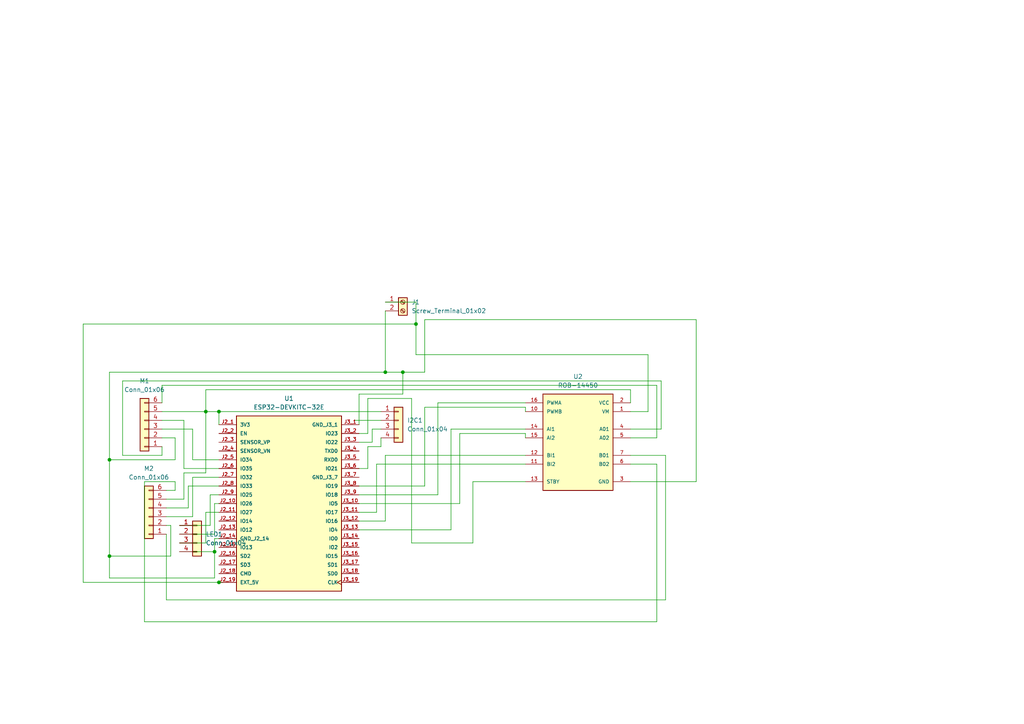
<source format=kicad_sch>
(kicad_sch (version 20250114) (generator "eeschema") (generator_version "9.0")
  (paper "A4")
  (lib_symbols
    (symbol "Connector:Screw_Terminal_01x02" (pin_names (offset 1.016) (hide yes))
      (property "Reference" "J" (at 0 2.54 0))
      (property "Value" "Screw_Terminal_01x02" (at 0 -5.08 0))
      (symbol "Screw_Terminal_01x02_1_1"
        (rectangle (start -1.27 1.27) (end 1.27 -3.81) (stroke (width 0.254)) (fill (type background)))
        (polyline (pts (xy -0.5334 0.3302) (xy 0.3302 -0.508)) (stroke (width 0.1524)))
        (polyline (pts (xy -0.5334 -2.2098) (xy 0.3302 -3.048)) (stroke (width 0.1524)))
        (polyline (pts (xy -0.3556 0.508) (xy 0.508 -0.3302)) (stroke (width 0.1524)))
        (polyline (pts (xy -0.3556 -2.032) (xy 0.508 -2.8702)) (stroke (width 0.1524)))
        (circle (center 0 0) (radius 0.635) (stroke (width 0.1524)))
        (circle (center 0 -2.54) (radius 0.635) (stroke (width 0.1524)))
        (pin passive line (at -5.08 0 0) (length 3.81) (name "Pin_1") (number "1"))
        (pin passive line (at -5.08 -2.54 0) (length 3.81) (name "Pin_2") (number "2"))
      )
    )
    (symbol "Connector_Generic:Conn_01x04" (pin_names (offset 1.016) (hide yes))
      (property "Reference" "J" (at 0 5.08 0))
      (property "Value" "Conn_01x04" (at 0 -7.62 0))
      (symbol "Conn_01x04_1_1"
        (rectangle (start -1.27 3.81) (end 1.27 -6.35) (stroke (width 0.254)) (fill (type background)))
        (rectangle (start -1.27 2.667) (end 0 2.413) (stroke (width 0.1524)))
        (rectangle (start -1.27 0.127) (end 0 -0.127) (stroke (width 0.1524)))
        (rectangle (start -1.27 -2.413) (end 0 -2.667) (stroke (width 0.1524)))
        (rectangle (start -1.27 -4.953) (end 0 -5.207) (stroke (width 0.1524)))
        (pin passive line (at -5.08 2.54 0) (length 3.81) (name "Pin_1") (number "1"))
        (pin passive line (at -5.08 0 0) (length 3.81) (name "Pin_2") (number "2"))
        (pin passive line (at -5.08 -2.54 0) (length 3.81) (name "Pin_3") (number "3"))
        (pin passive line (at -5.08 -5.08 0) (length 3.81) (name "Pin_4") (number "4"))
      )
    )
    (symbol "Connector_Generic:Conn_01x06" (pin_names (offset 1.016) (hide yes))
      (property "Reference" "J" (at 0 7.62 0))
      (property "Value" "Conn_01x06" (at 0 -10.16 0))
      (symbol "Conn_01x06_1_1"
        (rectangle (start -1.27 6.35) (end 1.27 -8.89) (stroke (width 0.254)) (fill (type background)))
        (rectangle (start -1.27 5.207) (end 0 4.953) (stroke (width 0.1524)))
        (rectangle (start -1.27 2.667) (end 0 2.413) (stroke (width 0.1524)))
        (rectangle (start -1.27 0.127) (end 0 -0.127) (stroke (width 0.1524)))
        (rectangle (start -1.27 -2.413) (end 0 -2.667) (stroke (width 0.1524)))
        (rectangle (start -1.27 -4.953) (end 0 -5.207) (stroke (width 0.1524)))
        (rectangle (start -1.27 -7.493) (end 0 -7.747) (stroke (width 0.1524)))
        (pin passive line (at -5.08 5.08 0) (length 3.81) (name "Pin_1") (number "1"))
        (pin passive line (at -5.08 2.54 0) (length 3.81) (name "Pin_2") (number "2"))
        (pin passive line (at -5.08 0 0) (length 3.81) (name "Pin_3") (number "3"))
        (pin passive line (at -5.08 -2.54 0) (length 3.81) (name "Pin_4") (number "4"))
        (pin passive line (at -5.08 -5.08 0) (length 3.81) (name "Pin_5") (number "5"))
        (pin passive line (at -5.08 -7.62 0) (length 3.81) (name "Pin_6") (number "6"))
      )
    )
    (symbol "ESP32-DEVKITC-32E:ESP32-DEVKITC-32E" (pin_names (offset 1.016))
      (property "Reference" "U" (at -15.24 26.162 0))
      (property "Value" "ESP32-DEVKITC-32E" (at -15.24 -27.94 0))
      (symbol "ESP32-DEVKITC-32E_0_0"
        (rectangle (start -15.24 -25.4) (end 15.24 25.4) (stroke (width 0.254)) (fill (type background)))
        (pin power_in line (at -20.32 22.86 0) (length 5.08) (name "3V3") (number "J2_1"))
        (pin input line (at -20.32 20.32 0) (length 5.08) (name "EN") (number "J2_2"))
        (pin bidirectional line (at -20.32 17.78 0) (length 5.08) (name "SENSOR_VP") (number "J2_3"))
        (pin bidirectional line (at -20.32 15.24 0) (length 5.08) (name "SENSOR_VN") (number "J2_4"))
        (pin bidirectional line (at -20.32 12.7 0) (length 5.08) (name "IO34") (number "J2_5"))
        (pin bidirectional line (at -20.32 10.16 0) (length 5.08) (name "IO35") (number "J2_6"))
        (pin bidirectional line (at -20.32 7.62 0) (length 5.08) (name "IO32") (number "J2_7"))
        (pin bidirectional line (at -20.32 5.08 0) (length 5.08) (name "IO33") (number "J2_8"))
        (pin bidirectional line (at -20.32 2.54 0) (length 5.08) (name "IO25") (number "J2_9"))
        (pin bidirectional line (at -20.32 0 0) (length 5.08) (name "IO26") (number "J2_10"))
        (pin bidirectional line (at -20.32 -2.54 0) (length 5.08) (name "IO27") (number "J2_11"))
        (pin bidirectional line (at -20.32 -5.08 0) (length 5.08) (name "IO14") (number "J2_12"))
        (pin bidirectional line (at -20.32 -7.62 0) (length 5.08) (name "IO12") (number "J2_13"))
        (pin power_in line (at -20.32 -10.16 0) (length 5.08) (name "GND_J2_14") (number "J2_14"))
        (pin bidirectional line (at -20.32 -12.7 0) (length 5.08) (name "IO13") (number "J2_15"))
        (pin bidirectional line (at -20.32 -15.24 0) (length 5.08) (name "SD2") (number "J2_16"))
        (pin bidirectional line (at -20.32 -17.78 0) (length 5.08) (name "SD3") (number "J2_17"))
        (pin bidirectional line (at -20.32 -20.32 0) (length 5.08) (name "CMD") (number "J2_18"))
        (pin power_in line (at -20.32 -22.86 0) (length 5.08) (name "EXT_5V") (number "J2_19"))
        (pin power_in line (at 20.32 22.86 180) (length 5.08) (name "GND_J3_1") (number "J3_1"))
        (pin bidirectional line (at 20.32 20.32 180) (length 5.08) (name "IO23") (number "J3_2"))
        (pin bidirectional line (at 20.32 17.78 180) (length 5.08) (name "IO22") (number "J3_3"))
        (pin bidirectional line (at 20.32 15.24 180) (length 5.08) (name "TXD0") (number "J3_4"))
        (pin bidirectional line (at 20.32 12.7 180) (length 5.08) (name "RXD0") (number "J3_5"))
        (pin bidirectional line (at 20.32 10.16 180) (length 5.08) (name "IO21") (number "J3_6"))
        (pin power_in line (at 20.32 7.62 180) (length 5.08) (name "GND_J3_7") (number "J3_7"))
        (pin bidirectional line (at 20.32 5.08 180) (length 5.08) (name "IO19") (number "J3_8"))
        (pin bidirectional line (at 20.32 2.54 180) (length 5.08) (name "IO18") (number "J3_9"))
        (pin bidirectional line (at 20.32 0 180) (length 5.08) (name "IO5") (number "J3_10"))
        (pin bidirectional line (at 20.32 -2.54 180) (length 5.08) (name "IO17") (number "J3_11"))
        (pin bidirectional line (at 20.32 -5.08 180) (length 5.08) (name "IO16") (number "J3_12"))
        (pin bidirectional line (at 20.32 -7.62 180) (length 5.08) (name "IO4") (number "J3_13"))
        (pin bidirectional line (at 20.32 -10.16 180) (length 5.08) (name "IO0") (number "J3_14"))
        (pin bidirectional line (at 20.32 -12.7 180) (length 5.08) (name "IO2") (number "J3_15"))
        (pin bidirectional line (at 20.32 -15.24 180) (length 5.08) (name "IO15") (number "J3_16"))
        (pin bidirectional line (at 20.32 -17.78 180) (length 5.08) (name "SD1") (number "J3_17"))
        (pin bidirectional line (at 20.32 -20.32 180) (length 5.08) (name "SD0") (number "J3_18"))
        (pin bidirectional clock (at 20.32 -22.86 180) (length 5.08) (name "CLK") (number "J3_19"))
      )
    )
    (symbol "ROB-14450:ROB-14450" (pin_names (offset 1.016))
      (property "Reference" "U" (at -10.16 16.002 0))
      (property "Value" "ROB-14450" (at -10.16 -15.24 0))
      (symbol "ROB-14450_0_0"
        (rectangle (start -10.16 -12.7) (end 10.16 15.24) (stroke (width 0.254)) (fill (type background)))
        (pin input line (at -15.24 12.7 0) (length 5.08) (name "PWMA") (number "16"))
        (pin input line (at -15.24 10.16 0) (length 5.08) (name "PWMB") (number "10"))
        (pin input line (at -15.24 5.08 0) (length 5.08) (name "AI1") (number "14"))
        (pin input line (at -15.24 2.54 0) (length 5.08) (name "AI2") (number "15"))
        (pin input line (at -15.24 -2.54 0) (length 5.08) (name "BI1") (number "12"))
        (pin input line (at -15.24 -5.08 0) (length 5.08) (name "BI2") (number "11"))
        (pin input line (at -15.24 -10.16 0) (length 5.08) (name "STBY") (number "13"))
        (pin power_in line (at 15.24 12.7 180) (length 5.08) (name "VCC") (number "2"))
        (pin power_in line (at 15.24 10.16 180) (length 5.08) (name "VM") (number "1"))
        (pin output line (at 15.24 5.08 180) (length 5.08) (name "A01") (number "4"))
        (pin output line (at 15.24 2.54 180) (length 5.08) (name "A02") (number "5"))
        (pin output line (at 15.24 -2.54 180) (length 5.08) (name "B01") (number "7"))
        (pin output line (at 15.24 -5.08 180) (length 5.08) (name "B02") (number "6"))
        (pin power_in line (at 15.24 -10.16 180) (length 5.08) (name "GND") (number "3"))
        (pin power_in line (at 15.24 -10.16 180) (length 5.08) (hide yes) (name "GND") (number "8"))
        (pin power_in line (at 15.24 -10.16 180) (length 5.08) (hide yes) (name "GND") (number "9"))
      )
    )
  )
  (junction (at 120.65 93.98))
  (junction (at 116.84 107.95))
  (junction (at 31.75 161.29))
  (junction (at 63.5 119.38))
  (junction (at 31.75 133.35))
  (junction (at 111.76 107.95))
  (junction (at 62.23 160.02))
  (junction (at 59.69 119.38))
  (junction (at 63.5 168.91))
  (wire (pts (xy 35.56 110.49) (xy 191.77 110.49)))
  (wire (pts (xy 31.75 161.29) (xy 31.75 167.64)))
  (wire (pts (xy 31.75 107.95) (xy 31.75 133.35)))
  (wire (pts (xy 52.07 160.02) (xy 62.23 160.02)))
  (wire (pts (xy 106.68 135.89) (xy 104.14 135.89)))
  (wire (pts (xy 123.19 92.71) (xy 123.19 107.95)))
  (wire (pts (xy 24.13 168.91) (xy 24.13 93.98)))
  (wire (pts (xy 31.75 107.95) (xy 111.76 107.95)))
  (wire (pts (xy 116.84 114.3) (xy 116.84 107.95)))
  (wire (pts (xy 52.07 152.4) (xy 60.96 152.4)))
  (wire (pts (xy 187.96 119.38) (xy 182.88 119.38)))
  (wire (pts (xy 182.88 113.03) (xy 59.69 113.03)))
  (wire (pts (xy 111.76 87.63) (xy 120.65 87.63)))
  (wire (pts (xy 63.5 119.38) (xy 110.49 119.38)))
  (wire (pts (xy 35.56 132.08) (xy 35.56 110.49)))
  (wire (pts (xy 64.77 168.91) (xy 63.5 168.91)))
  (wire (pts (xy 123.19 140.97) (xy 123.19 118.11)))
  (wire (pts (xy 110.49 127) (xy 110.49 129.54)))
  (wire (pts (xy 190.5 127) (xy 182.88 127)))
  (wire (pts (xy 31.75 133.35) (xy 31.75 161.29)))
  (wire (pts (xy 182.88 139.7) (xy 201.93 139.7)))
  (wire (pts (xy 111.76 132.08) (xy 111.76 151.13)))
  (wire (pts (xy 106.68 129.54) (xy 106.68 135.89)))
  (wire (pts (xy 59.69 148.59) (xy 63.5 148.59)))
  (wire (pts (xy 31.75 133.35) (xy 50.8 133.35)))
  (wire (pts (xy 59.69 119.38) (xy 63.5 119.38)))
  (wire (pts (xy 62.23 160.02) (xy 62.23 167.64)))
  (wire (pts (xy 54.61 140.97) (xy 63.5 140.97)))
  (wire (pts (xy 111.76 90.17) (xy 111.76 107.95)))
  (wire (pts (xy 60.96 143.51) (xy 63.5 143.51)))
  (wire (pts (xy 130.81 153.67) (xy 130.81 124.46)))
  (wire (pts (xy 152.4 134.62) (xy 109.22 134.62)))
  (wire (pts (xy 187.96 102.87) (xy 120.65 102.87)))
  (wire (pts (xy 62.23 154.94) (xy 62.23 146.05)))
  (wire (pts (xy 104.14 146.05) (xy 133.35 146.05)))
  (wire (pts (xy 48.26 149.86) (xy 55.88 149.86)))
  (wire (pts (xy 50.8 139.7) (xy 41.91 139.7)))
  (wire (pts (xy 109.22 134.62) (xy 109.22 148.59)))
  (wire (pts (xy 137.16 157.48) (xy 119.38 157.48)))
  (wire (pts (xy 104.14 114.3) (xy 116.84 114.3)))
  (wire (pts (xy 190.5 111.76) (xy 190.5 127)))
  (wire (pts (xy 133.35 125.73) (xy 152.4 125.73)))
  (wire (pts (xy 110.49 129.54) (xy 106.68 129.54)))
  (wire (pts (xy 130.81 124.46) (xy 152.4 124.46)))
  (wire (pts (xy 52.07 157.48) (xy 59.69 157.48)))
  (wire (pts (xy 50.8 142.24) (xy 50.8 139.7)))
  (wire (pts (xy 106.68 125.73) (xy 104.14 125.73)))
  (wire (pts (xy 111.76 107.95) (xy 116.84 107.95)))
  (wire (pts (xy 55.88 149.86) (xy 55.88 138.43)))
  (wire (pts (xy 63.5 168.91) (xy 24.13 168.91)))
  (wire (pts (xy 201.93 92.71) (xy 123.19 92.71)))
  (wire (pts (xy 55.88 138.43) (xy 63.5 138.43)))
  (wire (pts (xy 53.34 121.92) (xy 53.34 135.89)))
  (wire (pts (xy 41.91 139.7) (xy 41.91 180.34)))
  (wire (pts (xy 46.99 119.38) (xy 59.69 119.38)))
  (wire (pts (xy 53.34 137.16) (xy 59.69 137.16)))
  (wire (pts (xy 182.88 124.46) (xy 191.77 124.46)))
  (wire (pts (xy 152.4 139.7) (xy 137.16 139.7)))
  (wire (pts (xy 24.13 93.98) (xy 120.65 93.98)))
  (wire (pts (xy 152.4 118.11) (xy 152.4 119.38)))
  (wire (pts (xy 116.84 107.95) (xy 123.19 107.95)))
  (wire (pts (xy 59.69 113.03) (xy 59.69 119.38)))
  (wire (pts (xy 62.23 156.21) (xy 62.23 160.02)))
  (wire (pts (xy 49.53 161.29) (xy 31.75 161.29)))
  (wire (pts (xy 120.65 87.63) (xy 120.65 93.98)))
  (wire (pts (xy 104.14 143.51) (xy 127 143.51)))
  (wire (pts (xy 54.61 147.32) (xy 54.61 140.97)))
  (wire (pts (xy 137.16 139.7) (xy 137.16 157.48)))
  (wire (pts (xy 50.8 133.35) (xy 50.8 127)))
  (wire (pts (xy 104.14 153.67) (xy 130.81 153.67)))
  (wire (pts (xy 120.65 93.98) (xy 120.65 102.87)))
  (wire (pts (xy 48.26 152.4) (xy 49.53 152.4)))
  (wire (pts (xy 152.4 125.73) (xy 152.4 127)))
  (wire (pts (xy 48.26 154.94) (xy 48.26 173.99)))
  (wire (pts (xy 127 116.84) (xy 152.4 116.84)))
  (wire (pts (xy 106.68 115.57) (xy 106.68 125.73)))
  (wire (pts (xy 110.49 124.46) (xy 107.95 124.46)))
  (wire (pts (xy 52.07 154.94) (xy 62.23 154.94)))
  (wire (pts (xy 41.91 180.34) (xy 190.5 180.34)))
  (wire (pts (xy 107.95 124.46) (xy 107.95 128.27)))
  (wire (pts (xy 60.96 152.4) (xy 60.96 143.51)))
  (wire (pts (xy 48.26 147.32) (xy 54.61 147.32)))
  (wire (pts (xy 109.22 148.59) (xy 104.14 148.59)))
  (wire (pts (xy 102.87 121.92) (xy 110.49 121.92)))
  (wire (pts (xy 46.99 121.92) (xy 53.34 121.92)))
  (wire (pts (xy 62.23 156.21) (xy 63.5 156.21)))
  (wire (pts (xy 46.99 116.84) (xy 46.99 111.76)))
  (wire (pts (xy 59.69 119.38) (xy 59.69 137.16)))
  (wire (pts (xy 50.8 127) (xy 46.99 127)))
  (wire (pts (xy 119.38 157.48) (xy 119.38 115.57)))
  (wire (pts (xy 48.26 142.24) (xy 50.8 142.24)))
  (wire (pts (xy 152.4 132.08) (xy 111.76 132.08)))
  (wire (pts (xy 62.23 146.05) (xy 63.5 146.05)))
  (wire (pts (xy 111.76 151.13) (xy 104.14 151.13)))
  (wire (pts (xy 48.26 144.78) (xy 53.34 144.78)))
  (wire (pts (xy 46.99 129.54) (xy 46.99 132.08)))
  (wire (pts (xy 193.04 173.99) (xy 193.04 132.08)))
  (wire (pts (xy 127 116.84) (xy 127 143.51)))
  (wire (pts (xy 191.77 110.49) (xy 191.77 124.46)))
  (wire (pts (xy 190.5 180.34) (xy 190.5 134.62)))
  (wire (pts (xy 190.5 134.62) (xy 182.88 134.62)))
  (wire (pts (xy 46.99 111.76) (xy 190.5 111.76)))
  (wire (pts (xy 48.26 173.99) (xy 193.04 173.99)))
  (wire (pts (xy 46.99 132.08) (xy 35.56 132.08)))
  (wire (pts (xy 59.69 157.48) (xy 59.69 148.59)))
  (wire (pts (xy 49.53 152.4) (xy 49.53 161.29)))
  (wire (pts (xy 63.5 119.38) (xy 63.5 123.19)))
  (wire (pts (xy 104.14 140.97) (xy 123.19 140.97)))
  (wire (pts (xy 107.95 128.27) (xy 104.14 128.27)))
  (wire (pts (xy 133.35 146.05) (xy 133.35 125.73)))
  (wire (pts (xy 193.04 132.08) (xy 182.88 132.08)))
  (wire (pts (xy 55.88 133.35) (xy 63.5 133.35)))
  (wire (pts (xy 104.14 114.3) (xy 104.14 123.19)))
  (wire (pts (xy 182.88 116.84) (xy 182.88 113.03)))
  (wire (pts (xy 106.68 115.57) (xy 119.38 115.57)))
  (wire (pts (xy 123.19 118.11) (xy 152.4 118.11)))
  (wire (pts (xy 62.23 167.64) (xy 31.75 167.64)))
  (wire (pts (xy 55.88 124.46) (xy 55.88 133.35)))
  (wire (pts (xy 201.93 139.7) (xy 201.93 92.71)))
  (wire (pts (xy 53.34 144.78) (xy 53.34 137.16)))
  (wire (pts (xy 187.96 119.38) (xy 187.96 102.87)))
  (wire (pts (xy 53.34 135.89) (xy 63.5 135.89)))
  (wire (pts (xy 46.99 124.46) (xy 55.88 124.46)))
  (symbol (lib_id "Connector_Generic:Conn_01x04") (at 115.57 121.92 0) (unit 1)
    (property "Reference" "I2C1" (at 118.11 121.9199 0) (effects (justify left)))
    (property "Value" "Conn_01x04" (at 118.11 124.4599 0) (effects (justify left)))
    (property "Footprint" "B4B-PH-K:JST_B4B-PH-K" (effects (hide yes)))
    (property "Description" "Generic connector, single row, 01x04, script generated (kicad-library-utils/schlib/autogen/connector/)" (effects (hide yes)))
  )
  (symbol (lib_id "ROB-14450:ROB-14450") (at 167.64 129.54 0) (unit 1)
    (property "Reference" "U2" (at 167.64 109.22 0))
    (property "Value" "ROB-14450" (at 167.64 111.76 0))
    (property "Footprint" "ROB-14450:MODULE_ROB-14450" (effects (hide yes)))
    (property "MF" "SparkFun Electronics" (effects (hide yes)))
    (property "Description_1" "TB6612FNG - Motor Controller/Driver Power Management Evaluation Board" (effects (hide yes)))
    (property "Package" "None" (effects (hide yes)))
    (property "Price" "None" (effects (hide yes)))
    (property "Check_prices" "https://www.snapeda.com/parts/ROB-14450/SparkFun/view-part/?ref=eda" (effects (hide yes)))
    (property "STANDARD" "Manufacturer Recommendation" (effects (hide yes)))
    (property "PARTREV" "11-13-17" (effects (hide yes)))
    (property "SnapEDA_Link" "https://www.snapeda.com/parts/ROB-14450/SparkFun/view-part/?ref=snap" (effects (hide yes)))
    (property "MP" "ROB-14450" (effects (hide yes)))
    (property "Availability" "In Stock" (effects (hide yes)))
    (property "MANUFACTURER" "Sparkfun Electronics" (effects (hide yes)))
  )
  (symbol (lib_id "Connector_Generic:Conn_01x06") (at 43.18 149.86 180) (unit 1)
    (property "Reference" "M2" (at 43.18 135.89 0))
    (property "Value" "Conn_01x06" (at 43.18 138.43 0))
    (property "Footprint" "B6B-PH-K:JST_B6B-PH-K" (effects (hide yes)))
    (property "Description" "Generic connector, single row, 01x06, script generated (kicad-library-utils/schlib/autogen/connector/)" (effects (hide yes)))
  )
  (symbol (lib_id "Connector_Generic:Conn_01x06") (at 41.91 124.46 180) (unit 1)
    (property "Reference" "M1" (at 41.91 110.49 0))
    (property "Value" "Conn_01x06" (at 41.91 113.03 0))
    (property "Footprint" "B6B-PH-K:JST_B6B-PH-K" (effects (hide yes)))
    (property "Description" "Generic connector, single row, 01x06, script generated (kicad-library-utils/schlib/autogen/connector/)" (effects (hide yes)))
  )
  (symbol (lib_id "ESP32-DEVKITC-32E:ESP32-DEVKITC-32E") (at 83.82 146.05 0) (unit 1)
    (property "Reference" "U1" (at 83.82 115.57 0))
    (property "Value" "ESP32-DEVKITC-32E" (at 83.82 118.11 0))
    (property "Footprint" "ESP32-DEVKITC-32E:MODULE_ESP32-DEVKITC-32E" (effects (hide yes)))
    (property "MF" "Espressif Systems" (effects (hide yes)))
    (property "Description_1" "The ESP32-DEVKITC-32E transceiver evaluation board from Espressif Systems is a powerful development tool for wireless communication technologies. It supports 802.11 b/g/n Wi-Fi and Bluetooth® Smart Ready 4.x (BLE) dual-mode at 2.4GHz, making it ideal for a variety of IoT applications. Equipped with a PCB antenna and 4MB flash, this board provides reliable connectivity and ample memory for developing and testing RF, RFID, and wireless solutions." (effects (hide yes)))
    (property "Package" "None" (effects (hide yes)))
    (property "Price" "None" (effects (hide yes)))
    (property "Check_prices" "https://www.snapeda.com/parts/ESP32-DEVKITC-32E/Espressif+Systems/view-part/?ref=eda" (effects (hide yes)))
    (property "STANDARD" "Manufacturer Recommendations" (effects (hide yes)))
    (property "PARTREV" "1.4" (effects (hide yes)))
    (property "SnapEDA_Link" "https://www.snapeda.com/parts/ESP32-DEVKITC-32E/Espressif+Systems/view-part/?ref=snap" (effects (hide yes)))
    (property "MP" "ESP32-DEVKITC-32E" (effects (hide yes)))
    (property "Availability" "In Stock" (effects (hide yes)))
    (property "MANUFACTURER" "Espressif Systems" (effects (hide yes)))
  )
  (symbol (lib_id "Connector:Screw_Terminal_01x02") (at 116.84 87.63 0) (unit 1)
    (property "Reference" "J1" (at 119.38 87.6299 0) (effects (justify left)))
    (property "Value" "Screw_Terminal_01x02" (at 119.38 90.1699 0) (effects (justify left)))
    (property "Footprint" "TerminalBlock_Phoenix:TerminalBlock_Phoenix_MKDS-1,5-2-5.08_1x02_P5.08mm_Horizontal" (effects (hide yes)))
    (property "Description" "Generic screw terminal, single row, 01x02, script generated (kicad-library-utils/schlib/autogen/connector/)" (effects (hide yes)))
  )
  (symbol (lib_id "Connector_Generic:Conn_01x04") (at 57.15 154.94 0) (unit 1)
    (property "Reference" "LED1" (at 59.69 154.9399 0) (effects (justify left)))
    (property "Value" "Conn_01x04" (at 59.69 157.4799 0) (effects (justify left)))
    (property "Footprint" "B4B-PH-K:JST_B4B-PH-K" (effects (hide yes)))
    (property "Description" "Generic connector, single row, 01x04, script generated (kicad-library-utils/schlib/autogen/connector/)" (effects (hide yes)))
  )
)
</source>
